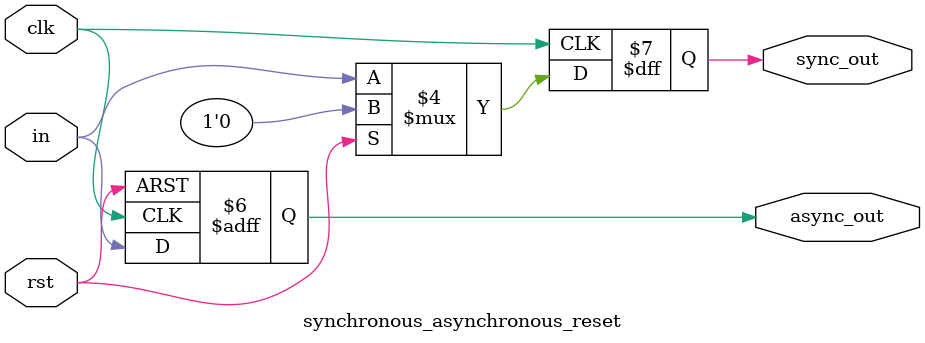
<source format=v>
module synchronous_asynchronous_reset(input clk,rst,in,output reg async_out,sync_out);
   
//SYNCHRONOUS RESET
    always@(posedge clk)  
    begin
        if(rst) sync_out<= 1'b0;
        else sync_out <= in;
    end

//ASYNCHRONOUS RESET
    always@(posedge clk, posedge rst)
    begin
        if(rst) async_out<= 1'b0;
        else async_out <= in;
    end  
    
endmodule


</source>
